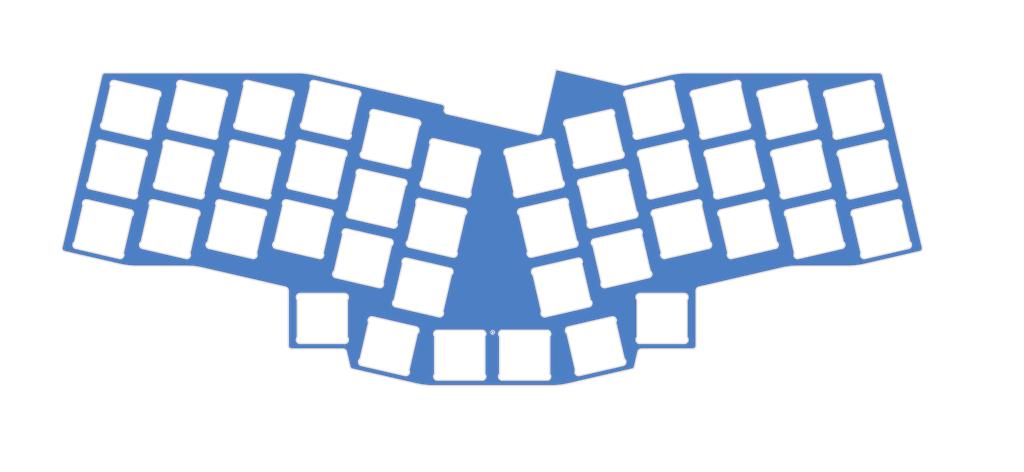
<source format=kicad_pcb>
(kicad_pcb (version 20211014) (generator pcbnew)
  (layers (0 "F.Cu" signal) (31 "B.Cu" signal) (34 "B.Paste" user) (35 "F.Paste" user) (36 "B.SilkS" user "B.Silkscreen") (37 "F.SilkS" user "F.Silkscreen") (38 "B.Mask" user) (39 "F.Mask" user) (44 "Edge.Cuts" user))
  (net 0 "")
  (footprint "r3926lp:OSHW-Symbol_6.7x6mm_mask" (layer "F.Cu") (at 143.215332 122.462863)
    (fp_text reference "REF**" hide)
    (fp_text value "OSHW-Symbol_6.7x6mm_mask" hide)
  )
  (footprint "revxlp:rev41lp_edgecutSwitchPlate" (layer "F.Cu") (at 143.469331 59.724862)
    (fp_text reference "rev41lp_edgecutSwitchPlate" hide)
    (fp_text value "rev41lp_edgecutSwitchPlate")
    (fp_line (start -89.341593 15.640364) (end -77.304474 18.419352) (layer "Edge.Cuts") (width 0.2))
    (fp_line (start -15.9 73.229182) (end -15.9 83.647753) (layer "Edge.Cuts") (width 0.2))
    (fp_line (start 99.602117 34.983643) (end 111.639235 32.204655) (layer "Edge.Cuts") (width 0.2))
    (fp_line (start 96.173526 23.347386) (end 98.517194 33.49893) (layer "Edge.Cuts") (width 0.2))
    (fp_line (start -54.199411 20.243061) (end -56.543079 30.394605) (layer "Edge.Cuts") (width 0.2))
    (fp_line (start -111.639235 32.204655) (end -99.602116 34.983643) (layer "Edge.Cuts") (width 0.2))
    (fp_line (start 20.786426 72.407575) (end 23.130095 82.559119) (layer "Edge.Cuts") (width 0.2))
    (fp_line (start 24.149255 31.445624) (end 26.492924 41.597168) (layer "Edge.Cuts") (width 0.2))
    (fp_line (start -17.167546 19.875246) (end -19.511215 30.02679) (layer "Edge.Cuts") (width 0.2))
    (fp_line (start 7.14983 34.615828) (end 19.186947 31.83684) (layer "Edge.Cuts") (width 0.2))
    (fp_line (start -13.175419 9.916056) (end -13.236156 10.179137) (layer "Edge.Cuts") (width 0.2))
    (fp_line (start 60.367247 46.958897) (end 58.023579 36.807352) (layer "Edge.Cuts") (width 0.2))
    (fp_line (start 63.050746 39.911677) (end 65.394414 50.063222) (layer "Edge.Cuts") (width 0.2))
    (fp_line (start 7.545407 39.543862) (end 9.889076 49.695406) (layer "Edge.Cuts") (width 0.2))
    (fp_line (start 15.176873 71.538468) (end 2.823128 71.538468) (layer "Edge.Cuts") (width 0.2))
    (fp_line (start -2.823128 71.538468) (end -15.176872 71.538468) (layer "Edge.Cuts") (width 0.2))
    (fp_line (start -24.473521 29.635574) (end -36.51064 26.856586) (layer "Edge.Cuts") (width 0.2))
    (fp_line (start -4.045505 21.169521) (end -16.082624 18.390533) (layer "Edge.Cuts") (width 0.2))
    (fp_line (start -65.394414 50.063221) (end -63.050746 39.911677) (layer "Edge.Cuts") (width 0.2))
    (fp_line (start 38.753975 82.329336) (end 21.009942 86.425869) (layer "Edge.Cuts") (width 0.2))
    (fp_line (start -96.497792 21.537337) (end -108.53491 18.758348) (layer "Edge.Cuts") (width 0.2))
    (fp_line (start -20.649355 13.071283) (end -32.686472 10.292295) (layer "Edge.Cuts") (width 0.2))
    (fp_line (start -56.605052 75.74074) (end -56.605052 60.530052) (layer "Edge.Cuts") (width 0.2))
    (fp_line (start 39.939231 38.492843) (end 37.595562 28.341299) (layer "Edge.Cuts") (width 0.2))
    (fp_line (start -33.771394 11.777008) (end -36.115063 21.928552) (layer "Edge.Cuts") (width 0.2))
    (fp_line (start 112.359078 35.322639) (end 100.32196 38.101627) (layer "Edge.Cuts") (width 0.2))
    (fp_line (start -119.323515 48.493552) (end -108.30683 0.775048) (layer "Edge.Cuts") (width 0.2))
    (fp_line (start 36.115063 21.928552) (end 33.771394 11.777008) (layer "Edge.Cuts") (width 0.2))
    (fp_line (start -83.867888 50.063221) (end -81.52422 39.911677) (layer "Edge.Cuts") (width 0.2))
    (fp_line (start 15.9 83.647753) (end 15.9 73.229182) (layer "Edge.Cuts") (width 0.2))
    (fp_line (start 2.1 73.229182) (end 2.1 83.647753) (layer "Edge.Cuts") (width 0.2))
    (fp_line (start 97.314195 46.958897) (end 94.970526 36.807352) (layer "Edge.Cuts") (width 0.2))
    (fp_line (start 108.30683 0.775048) (end 119.323515 48.493552) (layer "Edge.Cuts") (width 0.2))
    (fp_line (start -54.005052 63.031455) (end -54.005052 73.450026) (layer "Edge.Cuts") (width 0.2))
    (fp_line (start 13.652882 16.386961) (end 17.652512 -0.937338) (layer "Edge.Cuts") (width 0.2))
    (fp_line (start -28.297689 46.199865) (end -40.334808 43.420877) (layer "Edge.Cuts") (width 0.2))
    (fp_line (start 67.763795 2.194057) (end 55.726676 4.973045) (layer "Edge.Cuts") (width 0.2))
    (fp_line (start 10.973998 51.180119) (end 23.011116 48.401131) (layer "Edge.Cuts") (width 0.2))
    (fp_line (start -7.869673 37.733812) (end -19.906792 34.954824) (layer "Edge.Cuts") (width 0.2))
    (fp_line (start -53.281924 75.14074) (end -40.928179 75.14074) (layer "Edge.Cuts") (width 0.2))
    (fp_line (start -2.1 83.647753) (end -2.1 73.229182) (layer "Edge.Cuts") (width 0.2))
    (fp_line (start -60.042981 48.768946) (end -48.005862 51.547934) (layer "Edge.Cuts") (width 0.2))
    (fp_line (start 66.479336 51.547934) (end 78.516455 48.768946) (layer "Edge.Cuts") (width 0.2))
    (fp_line (start -26.835284 64.965422) (end -14.798166 67.74441) (layer "Edge.Cuts") (width 0.2))
    (fp_line (start 93.490027 30.394605) (end 91.146359 20.243061) (layer "Edge.Cuts") (width 0.2))
    (fp_line (start -43.439133 56.867184) (end -31.402014 59.646172) (layer "Edge.Cuts") (width 0.2))
    (fp_line (start -80.04372 33.49893) (end -77.700052 23.347386) (layer "Edge.Cuts") (width 0.2))
    (fp_line (start -59.550844 21.537336) (end -71.587963 18.758348) (layer "Edge.Cuts") (width 0.2))
    (fp_line (start 17.652512 -0.937338) (end 36.246969 3.355529) (layer "Edge.Cuts") (width 0.2))
    (fp_line (start -6.064908 33.131115) (end -3.721239 22.979571) (layer "Edge.Cuts") (width 0.2))
    (fp_line (start -19.186948 31.83684) (end -7.14983 34.615828) (layer "Edge.Cuts") (width 0.2))
    (fp_line (start -103.255744 53.229393) (end -118.574096 49.692873) (layer "Edge.Cuts") (width 0.2))
    (fp_line (start -41.41973 44.90559) (end -43.763399 55.057134) (layer "Edge.Cuts") (width 0.2))
    (fp_line (start -52.394645 15.640364) (end -40.357526 18.419352) (layer "Edge.Cuts") (width 0.2))
    (fp_line (start 55.605051 76.74074) (end 41.416042 76.74074) (layer "Edge.Cuts") (width 0.2))
    (fp_line (start 23.335382 46.591081) (end 20.991714 36.439537) (layer "Edge.Cuts") (width 0.2))
    (fp_line (start 44.181694 34.983643) (end 56.218813 32.204656) (layer "Edge.Cuts") (width 0.2))
    (fp_line (start 19.906792 34.954824) (end 7.869673 37.733812) (layer "Edge.Cuts") (width 0.2))
    (fp_line (start 40.928179 75.14074) (end 53.281924 75.14074) (layer "Edge.Cuts") (width 0.2))
    (fp_line (start 77.700052 23.347386) (end 80.04372 33.49893) (layer "Edge.Cuts") (width 0.2))
    (fp_line (start -20.991713 36.439537) (end -23.335383 46.591081) (layer "Edge.Cuts") (width 0.2))
    (fp_line (start -100.321959 38.101627) (end -112.359078 35.322639) (layer "Edge.Cuts") (width 0.2))
    (fp_line (start 31.402014 59.646172) (end 43.439133 56.867184) (layer "Edge.Cuts") (width 0.2))
    (fp_line (start 93.885604 35.322639) (end 81.848486 38.101627) (layer "Edge.Cuts") (width 0.2))
    (fp_line (start 56.938657 35.322639) (end 44.901538 38.101627) (layer "Edge.Cuts") (width 0.2))
    (fp_line (start -39.503394 81.579917) (end -40.441671 77.515789) (layer "Edge.Cuts") (width 0.2))
    (fp_line (start 36.576402 79.454795) (end 34.232733 69.303251) (layer "Edge.Cuts") (width 0.2))
    (fp_line (start -56.218813 32.204655) (end -44.181694 34.983643) (layer "Edge.Cuts") (width 0.2))
    (fp_line (start -41.07737 21.537336) (end -53.114489 18.758348) (layer "Edge.Cuts") (width 0.2))
    (fp_line (start -105.795665 3.67877) (end -108.139333 13.830314) (layer "Edge.Cuts") (width 0.2))
    (fp_line (start -78.516455 48.768945) (end -66.479336 51.547934) (layer "Edge.Cuts") (width 0.2))
    (fp_line (start 40.357526 18.419352) (end 52.394645 15.640364) (layer "Edge.Cuts") (width 0.2))
    (fp_line (start -74.692286 32.204655) (end -62.655168 34.983643) (layer "Edge.Cuts") (width 0.2))
    (fp_line (start -58.023579 36.807352) (end -60.367247 46.958897) (layer "Edge.Cuts") (width 0.2))
    (fp_line (start -96.989929 48.768946) (end -84.95281 51.547934) (layer "Edge.Cuts") (width 0.2))
    (fp_line (start 23.73096 51.519115) (end 11.693841 54.298103) (layer "Edge.Cuts") (width 0.2))
    (fp_line (start -76.497053 36.807352) (end -78.840721 46.958897) (layer "Edge.Cuts") (width 0.2))
    (fp_line (start 36.928936 6.783095) (end 39.272604 16.934639) (layer "Edge.Cuts") (width 0.2))
    (fp_line (start 33.147811 67.818538) (end 21.110692 70.597526) (layer "Edge.Cuts") (width 0.2))
    (fp_line (start 44.577272 39.911677) (end 46.92094 50.063221) (layer "Edge.Cuts") (width 0.2))
    (fp_line (start 90.061437 18.758348) (end 78.024318 21.537336) (layer "Edge.Cuts") (width 0.2))
    (fp_line (start -43.096772 33.49893) (end -40.753104 23.347386) (layer "Edge.Cuts") (width 0.2))
    (fp_line (start 77.304474 18.419352) (end 89.341593 15.640364) (layer "Edge.Cuts") (width 0.2))
    (fp_line (start -55.726676 4.973045) (end -67.763795 2.194057) (layer "Edge.Cuts") (width 0.2))
    (fp_line (start 103.426284 51.547934) (end 115.463403 48.768946) (layer "Edge.Cuts") (width 0.2))
    (fp_line (start 80.341652 54.25459) (end 57.380101 59.555682) (layer "Edge.Cuts") (width 0.2))
    (fp_line (start -87.322191 3.67877) (end -89.665859 13.830314) (layer "Edge.Cuts") (width 0.2))
    (fp_line (start -36.252137 81.264845) (end -24.215017 84.043833) (layer "Edge.Cuts") (width 0.2))
    (fp_line (start -35.790797 23.738602) (end -23.753678 26.51759) (layer "Edge.Cuts") (width 0.2))
    (fp_line (start -41.416042 76.74074) (end -55.605052 76.74074) (layer "Edge.Cuts") (width 0.2))
    (fp_line (start -39.614965 40.302893) (end -27.577846 43.081881) (layer "Edge.Cuts") (width 0.2))
    (fp_line (start 16.510921 86.938468) (end -16.510921 86.938468) (layer "Edge.Cuts") (width 0.2))
    (fp_line (start 48.005862 51.547934) (end 60.042981 48.768946) (layer "Edge.Cuts") (width 0.2))
    (fp_line (start 27.577846 43.081881) (end 39.614965 40.302893) (layer "Edge.Cuts") (width 0.2))
    (fp_line (start 36.51064 26.856586) (end 24.473521 29.635574) (layer "Edge.Cuts") (width 0.2))
    (fp_line (start 71.587963 18.758348) (end 59.550844 21.537336) (layer "Edge.Cuts") (width 0.2))
    (fp_line (start 2.823128 85.338468) (end 15.176872 85.338468) (layer "Edge.Cuts") (width 0.2))
    (fp_line (start -68.848717 3.67877) (end -71.192385 13.830314) (layer "Edge.Cuts") (width 0.2))
    (fp_line (start -34.232733 69.303251) (end -36.576402 79.454795) (layer "Edge.Cuts") (width 0.2))
    (fp_line (start 43.763399 55.057133) (end 41.41973 44.90559) (layer "Edge.Cuts") (width 0.2))
    (fp_line (start 40.334808 43.420877) (end 28.297689 46.199864) (layer "Edge.Cuts") (width 0.2))
    (fp_line (start 54.005052 73.450026) (end 54.005052 63.031455) (layer "Edge.Cuts") (width 0.2))
    (fp_line (start 20.325087 14.881333) (end 22.668756 25.032877) (layer "Edge.Cuts") (width 0.2))
    (fp_line (start 53.959882 0) (end 107.33246 0) (layer "Edge.Cuts") (width 0.2))
    (fp_line (start 81.52422 39.911677) (end 83.867888 50.063221) (layer "Edge.Cuts") (width 0.2))
    (fp_line (start 98.756722 53.741991) (end 84.840673 53.741992) (layer "Edge.Cuts") (width 0.2))
    (fp_line (start 81.128642 34.983643) (end 93.165761 32.204655) (layer "Edge.Cuts") (width 0.2))
    (fp_line (start 75.016553 30.394605) (end 72.672885 20.243062) (layer "Edge.Cuts") (width 0.2))
    (fp_line (start -84.840673 53.741992) (end -98.756722 53.741992) (layer "Edge.Cuts") (width 0.2))
    (fp_line (start -24.815882 53.003828) (end -27.15955 63.155372) (layer "Edge.Cuts") (width 0.2))
    (fp_line (start -44.901538 38.101627) (end -56.938657 35.322639) (layer "Edge.Cuts") (width 0.2))
    (fp_line (start 40.205052 63.031455) (end 40.205052 73.450026) (layer "Edge.Cuts") (width 0.2))
    (fp_line (start 58.831 18.419352) (end 70.868119 15.640364) (layer "Edge.Cuts") (width 0.2))
    (fp_line (start -94.970526 36.807352) (end -97.314195 46.958897) (layer "Edge.Cuts") (width 0.2))
    (fp_line (start 92.349358 6.783095) (end 94.693026 16.934639) (layer "Edge.Cuts") (width 0.2))
    (fp_line (start 11.369575 56.108153) (end 13.713244 66.259697) (layer "Edge.Cuts") (width 0.2))
    (fp_line (start 111.963501 30.394605) (end 109.619832 20.243061) (layer "Edge.Cuts") (width 0.2))
    (fp_line (start 53.281924 61.34074) (end 40.928179 61.34074) (layer "Edge.Cuts") (width 0.2))
    (fp_line (start -98.517194 33.49893) (end -96.173526 23.347386) (layer "Edge.Cuts") (width 0.2))
    (fp_line (start 23.753678 26.51759) (end 35.790797 23.738602) (layer "Edge.Cuts") (width 0.2))
    (fp_line (start -11.693841 54.298103) (end -23.73096 51.519115) (layer "Edge.Cuts") (width 0.2))
    (fp_line (start 37.146773 3.355529) (end 49.460861 0.512598) (layer "Edge.Cuts") (width 0.2))
    (fp_line (start 55.40241 6.783095) (end 57.746078 16.934639) (layer "Edge.Cuts") (width 0.2))
    (fp_line (start -92.673624 4.973045) (end -104.710743 2.194057) (layer "Edge.Cuts") (width 0.2))
    (fp_line (start 108.139333 13.830314) (end 105.795665 3.67877) (layer "Edge.Cuts") (width 0.2))
    (fp_line (start 108.53491 18.758348) (end 96.497792 21.537336) (layer "Edge.Cuts") (width 0.2))
    (fp_line (start 53.114489 18.758348) (end 41.07737 21.537336) (layer "Edge.Cuts") (width 0.2))
    (fp_line (start -72.672885 20.243061) (end -75.016553 30.394605) (layer "Edge.Cuts") (width 0.2))
    (fp_line (start 19.511215 30.02679) (end 17.167546 19.875246) (layer "Edge.Cuts") (width 0.2))
    (fp_line (start -13.713244 66.259697) (end -11.369575 56.108154) (layer "Edge.Cuts") (width 0.2))
    (fp_line (start -107.33246 0) (end -53.959882 0) (layer "Edge.Cuts") (width 0.2))
    (fp_line (start 115.787669 46.958897) (end 113.444 36.807352) (layer "Edge.Cuts") (width 0.2))
    (fp_line (start 32.686472 10.292295) (end 20.649354 13.071283) (layer "Edge.Cuts") (width 0.2))
    (fp_line (start -21.009942 86.425869) (end -38.753975 82.329336) (layer "Edge.Cuts") (width 0.2))
    (fp_line (start -50.375243 3.67877) (end -52.718911 13.830314) (layer "Edge.Cuts") (width 0.2))
    (fp_line (start 104.710743 2.194057) (end 92.673624 4.973045) (layer "Edge.Cuts") (width 0.2))
    (fp_line (start 49.290321 2.194057) (end 37.253202 4.973045) (layer "Edge.Cuts") (width 0.2))
    (fp_line (start -49.460861 0.512598) (end -13.924838 8.716736) (layer "Edge.Cuts") (width 0.2))
    (fp_line (start 78.840721 46.958897) (end 76.497053 36.807352) (layer "Edge.Cuts") (width 0.2))
    (fp_line (start 59.226578 23.347386) (end 61.570246 33.49893) (layer "Edge.Cuts") (width 0.2))
    (fp_line (start -40.928179 61.34074) (end -53.281924 61.34074) (layer "Edge.Cuts") (width 0.2))
    (fp_line (start 56.605052 60.530052) (end 56.605052 75.74074) (layer "Edge.Cuts") (width 0.2))
    (fp_line (start 40.753104 23.347386) (end 43.096772 33.49893) (layer "Edge.Cuts") (width 0.2))
    (fp_line (start -76.219552 16.934639) (end -73.875885 6.783095) (layer "Edge.Cuts") (width 0.2))
    (fp_line (start -63.375012 38.101628) (end -75.412131 35.322639) (layer "Edge.Cuts") (width 0.2))
    (fp_line (start -30.317092 58.161459) (end -27.973423 48.009915) (layer "Edge.Cuts") (width 0.2))
    (fp_line (start -102.341362 50.063221) (end -99.997694 39.911677) (layer "Edge.Cuts") (width 0.2))
    (fp_line (start 52.718911 13.830314) (end 50.375243 3.67877) (layer "Edge.Cuts") (width 0.2))
    (fp_line (start 40.441671 77.515789) (end 39.503394 81.579917) (layer "Edge.Cuts") (width 0.2))
    (fp_line (start -15.176872 85.338468) (end -2.823128 85.338468) (layer "Edge.Cuts") (width 0.2))
    (fp_line (start 27.973423 48.009915) (end 30.317092 58.161459) (layer "Edge.Cuts") (width 0.2))
    (fp_line (start -57.380101 59.555682) (end -80.341652 54.25459) (layer "Edge.Cuts") (width 0.2))
    (fp_line (start 16.082624 18.390533) (end 4.045505 21.169521) (layer "Edge.Cuts") (width 0.2))
    (fp_line (start -9.889076 49.695406) (end -7.545407 39.543862) (layer "Edge.Cuts") (width 0.2))
    (fp_line (start 95.777948 18.419352) (end 107.815067 15.640363) (layer "Edge.Cuts") (width 0.2))
    (fp_line (start 62.655168 34.983643) (end 74.692287 32.204655) (layer "Edge.Cuts") (width 0.2))
    (fp_line (start 24.215018 84.043833) (end 36.252136 81.264845) (layer "Edge.Cuts") (width 0.2))
    (fp_line (start -57.746078 16.934639) (end -55.40241 6.783095) (layer "Edge.Cuts") (width 0.2))
    (fp_line (start -93.165761 32.204655) (end -81.128642 34.983643) (layer "Edge.Cuts") (width 0.2))
    (fp_line (start 89.66586 13.830314) (end 87.322191 3.67877) (layer "Edge.Cuts") (width 0.2))
    (fp_line (start -22.668756 25.032877) (end -20.325087 14.881333) (layer "Edge.Cuts") (width 0.2))
    (fp_line (start -37.253202 4.973045) (end -49.290321 2.194057) (layer "Edge.Cuts") (width 0.2))
    (fp_line (start -94.693026 16.934639) (end -92.349358 6.783095) (layer "Edge.Cuts") (width 0.2))
    (fp_line (start -23.011116 48.401131) (end -10.973998 51.180119) (layer "Edge.Cuts") (width 0.2))
    (fp_line (start -81.848486 38.101627) (end -93.885604 35.322639) (layer "Edge.Cuts") (width 0.2))
    (fp_line (start -61.570246 33.49893) (end -59.226578 23.347386) (layer "Edge.Cuts") (width 0.2))
    (fp_line (start -37.595562 28.341299) (end -39.939231 38.492843) (layer "Edge.Cuts") (width 0.2))
    (fp_line (start -46.92094 50.063221) (end -44.577272 39.911677) (layer "Edge.Cuts") (width 0.2))
    (fp_line (start -23.130095 82.559119) (end -20.786426 72.407575) (layer "Edge.Cuts") (width 0.2))
    (fp_line (start 71.192385 13.830314) (end 68.848717 3.67877) (layer "Edge.Cuts") (width 0.2))
    (fp_line (start -113.444 36.807352) (end -115.787669 46.958897) (layer "Edge.Cuts") (width 0.2))
    (fp_line (start -91.146359 20.243061) (end -93.490027 30.394605) (layer "Edge.Cuts") (width 0.2))
    (fp_line (start 3.721239 22.979571) (end 6.064908 33.131115) (layer "Edge.Cuts") (width 0.2))
    (fp_line (start 27.15955 63.155372) (end 24.815882 53.003829) (layer "Edge.Cuts") (width 0.2))
    (fp_line (start 99.997694 39.911677) (end 102.341362 50.063221) (layer "Edge.Cuts") (width 0.2))
    (fp_line (start -26.492924 41.597168) (end -24.149255 31.445624) (layer "Edge.Cuts") (width 0.2))
    (fp_line (start -39.272604 16.934639) (end -36.928936 6.783095) (layer "Edge.Cuts") (width 0.2))
    (fp_line (start 73.875884 6.783095) (end 76.219552 16.934639) (layer "Edge.Cuts") (width 0.2))
    (fp_line (start -115.463403 48.768946) (end -103.426284 51.547934) (layer "Edge.Cuts") (width 0.2))
    (fp_line (start -74.20015 4.973045) (end -86.237269 2.194057) (layer "Edge.Cuts") (width 0.2))
    (fp_line (start 86.237269 2.194057) (end 74.20015 4.973045) (layer "Edge.Cuts") (width 0.2))
    (fp_line (start -109.619832 20.243061) (end -111.963501 30.394605) (layer "Edge.Cuts") (width 0.2))
    (fp_line (start 118.574096 49.692873) (end 103.255744 53.229393) (layer "Edge.Cuts") (width 0.2))
    (fp_line (start -40.205052 73.450026) (end -40.205052 63.031455) (layer "Edge.Cuts") (width 0.2))
    (fp_line (start 75.412131 35.322639) (end 63.375012 38.101627) (layer "Edge.Cuts") (width 0.2))
    (fp_line (start -78.024318 21.537336) (end -90.061437 18.758348) (layer "Edge.Cuts") (width 0.2))
    (fp_line (start 14.798166 67.74441) (end 26.835284 64.965422) (layer "Edge.Cuts") (width 0.2))
    (fp_line (start -12.486737 11.378457) (end 12.453561 17.13638) (layer "Edge.Cuts") (width 0.2))
    (fp_line (start -107.815066 15.640364) (end -95.777948 18.419352) (layer "Edge.Cuts") (width 0.2))
    (fp_line (start 84.95281 51.547934) (end 96.989929 48.768946) (layer "Edge.Cuts") (width 0.2))
    (fp_line (start -21.110691 70.597526) (end -33.147811 67.818538) (layer "Edge.Cuts") (width 0.2))
    (fp_line (start 56.543079 30.394605) (end 54.199411 20.243061) (layer "Edge.Cuts") (width 0.2))
    (fp_line (start -70.868119 15.640364) (end -58.831 18.419352) (layer "Edge.Cuts") (width 0.2))
    (fp_arc (start 44.577272 39.911677) (mid 44.142167 38.899659) (end 44.901538 38.101627) (layer "Edge.Cuts") (width 0.2))
    (fp_arc (start -55.726676 4.973045) (mid -54.967299 5.771075) (end -55.40241 6.783095) (layer "Edge.Cuts") (width 0.2))
    (fp_arc (start 2.1 73.229182) (mid 1.903695 72.145221) (end 2.823128 71.538468) (layer "Edge.Cuts") (width 0.2))
    (fp_arc (start 56.605052 60.530052) (mid 56.822458 59.907551) (end 57.380101 59.555682) (layer "Edge.Cuts") (width 0.2))
    (fp_arc (start -115.463403 48.768945) (mid -116.222779 47.970916) (end -115.787669 46.958897) (layer "Edge.Cuts") (width 0.2))
    (fp_arc (start 53.114489 18.758348) (mid 54.146794 19.142733) (end 54.199411 20.243061) (layer "Edge.Cuts") (width 0.2))
    (fp_arc (start -46.92094 50.063221) (mid -46.973504 51.163559) (end -48.005862 51.547934) (layer "Edge.Cuts") (width 0.2))
    (fp_arc (start 36.576402 79.454795) (mid 37.011508 80.466811) (end 36.252136 81.264845) (layer "Edge.Cuts") (width 0.2))
    (fp_arc (start -28.297689 46.199865) (mid -27.538312 46.997895) (end -27.973423 48.009915) (layer "Edge.Cuts") (width 0.2))
    (fp_arc (start 13.652883 16.38696) (mid 13.20843 17.010058) (end 12.453561 17.13638) (layer "Edge.Cuts") (width 0.2))
    (fp_arc (start -70.868119 15.640364) (mid -71.627496 14.842334) (end -71.192385 13.830314) (layer "Edge.Cuts") (width 0.2))
    (fp_arc (start 40.753104 23.347386) (mid 40.317977 22.335362) (end 41.07737 21.537336) (layer "Edge.Cuts") (width 0.2))
    (fp_arc (start 24.149257 31.445624) (mid 23.714139 30.433602) (end 24.473521 29.635574) (layer "Edge.Cuts") (width 0.2))
    (fp_arc (start -15.9 73.229182) (mid -16.096305 72.145221) (end -15.176872 71.538468) (layer "Edge.Cuts") (width 0.2))
    (fp_arc (start 40.357526 18.419352) (mid 39.325205 18.034972) (end 39.272604 16.934639) (layer "Edge.Cuts") (width 0.2))
    (fp_arc (start 23.335382 46.591081) (mid 23.770491 47.603101) (end 23.011116 48.401131) (layer "Edge.Cuts") (width 0.2))
    (fp_arc (start -6.064908 33.131115) (mid -6.117472 34.231453) (end -7.14983 34.615828) (layer "Edge.Cuts") (width 0.2))
    (fp_arc (start -76.219552 16.934639) (mid -76.272116 18.034977) (end -77.304474 18.419352) (layer "Edge.Cuts") (width 0.2))
    (fp_arc (start 52.718911 13.830314) (mid 53.154032 14.842339) (end 52.394645 15.640364) (layer "Edge.Cuts") (width 0.2))
    (fp_arc (start -24.815882 53.003828) (mid -24.763318 51.90349) (end -23.73096 51.519115) (layer "Edge.Cuts") (width 0.2))
    (fp_arc (start 24.215017 84.043832) (mid 23.182718 83.659453) (end 23.130095 82.559119) (layer "Edge.Cuts") (width 0.2))
    (fp_arc (start -94.970528 36.807351) (mid -94.917962 35.707014) (end -93.885604 35.322639) (layer "Edge.Cuts") (width 0.2))
    (fp_arc (start -68.848717 3.67877) (mid -68.796153 2.578432) (end -67.763795 2.194057) (layer "Edge.Cuts") (width 0.2))
    (fp_arc (start 58.831 18.419352) (mid 57.798602 18.034996) (end 57.746078 16.934639) (layer "Edge.Cuts") (width 0.2))
    (fp_arc (start 39.939231 38.492843) (mid 40.374339 39.504861) (end 39.614965 40.302893) (layer "Edge.Cuts") (width 0.2))
    (fp_arc (start -89.341593 15.640364) (mid -90.10097 14.842334) (end -89.665859 13.830314) (layer "Edge.Cuts") (width 0.2))
    (fp_arc (start -41.41973 44.90559) (mid -41.367166 43.805252) (end -40.334808 43.420877) (layer "Edge.Cuts") (width 0.2))
    (fp_arc (start 20.325088 14.881333) (mid 19.889975 13.86931) (end 20.649354 13.071283) (layer "Edge.Cuts") (width 0.2))
    (fp_arc (start -9.889076 49.695406) (mid -9.94164 50.795744) (end -10.973998 51.180119) (layer "Edge.Cuts") (width 0.2))
    (fp_arc (start 56.938657 35.322639) (mid 57.971001 35.707015) (end 58.023579 36.807352) (layer "Edge.Cuts") (width 0.2))
    (fp_arc (start -98.517194 33.49893) (mid -98.569758 34.599268) (end -99.602116 34.983643) (layer "Edge.Cuts") (width 0.2))
    (fp_arc (start -84.840673 53.741991) (mid -82.576609 53.870554) (end -80.341652 54.25459) (layer "Edge.Cuts") (width 0.2))
    (fp_arc (start 86.237269 2.194057) (mid 87.26959 2.578434) (end 87.322191 3.67877) (layer "Edge.Cuts") (width 0.2))
    (fp_arc (start 31.402014 59.646172) (mid 30.369694 59.261785) (end 30.317092 58.161459) (layer "Edge.Cuts") (width 0.2))
    (fp_arc (start -91.146359 20.243061) (mid -91.093795 19.142723) (end -90.061437 18.758348) (layer "Edge.Cuts") (width 0.2))
    (fp_arc (start -2.823128 71.538468) (mid -1.903695 72.145221) (end -2.1 73.229182) (layer "Edge.Cuts") (width 0.2))
    (fp_arc (start 99.997694 39.911677) (mid 99.562579 38.899659) (end 100.32196 38.101627) (layer "Edge.Cuts") (width 0.2))
    (fp_arc (start -38.753975 82.329336) (mid -39.236131 82.062073) (end -39.503394 81.579917) (layer "Edge.Cuts") (width 0.2))
    (fp_arc (start -11.693841 54.298103) (mid -10.934463 55.096134) (end -11.369575 56.108154) (layer "Edge.Cuts") (width 0.2))
    (fp_arc (start -19.186948 31.836841) (mid -19.946327 31.038811) (end -19.511215 30.02679) (layer "Edge.Cuts") (width 0.2))
    (fp_arc (start -40.205051 73.450026) (mid -40.008746 74.533987) (end -40.928179 75.14074) (layer "Edge.Cuts") (width 0.2))
    (fp_arc (start -37.253202 4.973045) (mid -36.493825 5.771075) (end -36.928936 6.783095) (layer "Edge.Cuts") (width 0.2))
    (fp_arc (start 40.441672 77.515789) (mid 40.793521 76.958127) (end 41.416042 76.74074) (layer "Edge.Cuts") (width 0.2))
    (fp_arc (start -83.867888 50.063221) (mid -83.920452 51.163559) (end -84.95281 51.547934) (layer "Edge.Cuts") (width 0.2))
    (fp_arc (start -43.439133 56.867184) (mid -44.19851 56.069154) (end -43.763399 55.057134) (layer "Edge.Cuts") (width 0.2))
    (fp_arc (start 81.52422 39.911677) (mid 81.089094 38.89966) (end 81.848486 38.101627) (layer "Edge.Cuts") (width 0.2))
    (fp_arc (start -78.024318 21.537336) (mid -77.264941 22.335366) (end -77.700052 23.347386) (layer "Edge.Cuts") (width 0.2))
    (fp_arc (start -57.746078 16.934639) (mid -57.798642 18.034977) (end -58.831 18.419352) (layer "Edge.Cuts") (width 0.2))
    (fp_arc (start 119.323515 48.493552) (mid 119.197193 49.248429) (end 118.574096 49.692873) (layer "Edge.Cuts") (width 0.2))
    (fp_arc (start -65.394414 50.063221) (mid -65.446978 51.163559) (end -66.479336 51.547934) (layer "Edge.Cuts") (width 0.2))
    (fp_arc (start 104.710743 2.194057) (mid 105.743091 2.578425) (end 105.795665 3.67877) (layer "Edge.Cuts") (width 0.2))
    (fp_arc (start 84.95281 51.547934) (mid 83.920517 51.163552) (end 83.867888 50.063221) (layer "Edge.Cuts") (width 0.2))
    (fp_arc (start -57.380101 59.555682) (mid -56.822443 59.907537) (end -56.605052 60.530052) (layer "Edge.Cuts") (width 0.2))
    (fp_arc (start 103.426284 51.547934) (mid 102.393913 51.163576) (end 102.341362 50.063221) (layer "Edge.Cuts") (width 0.2))
    (fp_arc (start 99.602117 34.983643) (mid 98.569751 34.599245) (end 98.517194 33.49893) (layer "Edge.Cuts") (width 0.2))
    (fp_arc (start 77.700052 23.347386) (mid 77.264948 22.33536) (end 78.024318 21.537336) (layer "Edge.Cuts") (width 0.2))
    (fp_arc (start -20.991713 36.439537) (mid -20.939149 35.3392) (end -19.906792 34.954824) (layer "Edge.Cuts") (width 0.2))
    (fp_arc (start -118.574096 49.692873) (mid -119.197193 49.248422) (end -119.323515 48.493552) (layer "Edge.Cuts") (width 0.2))
    (fp_arc (start 75.016553 30.394605) (mid 75.451663 31.406638) (end 74.692287 32.204655) (layer "Edge.Cuts") (width 0.2))
    (fp_arc (start -96.497792 21.537337) (mid -95.738415 22.335367) (end -96.173526 23.347386) (layer "Edge.Cuts") (width 0.2))
    (fp_arc (start 11.369575 56.108153) (mid 10.934459 55.096131) (end 11.693841 54.298103) (layer "Edge.Cuts") (width 0.2))
    (fp_arc (start 2.823128 85.338469) (mid 1.903697 84.731715) (end 2.1 83.647753) (layer "Edge.Cuts") (width 0.2))
    (fp_arc (start 10.973998 51.180119) (mid 9.941562 50.795751) (end 9.889076 49.695406) (layer "Edge.Cuts") (width 0.2))
    (fp_arc (start 111.963501 30.394605) (mid 112.398634 31.406636) (end 111.639235 32.204655) (layer "Edge.Cuts") (width 0.2))
    (fp_arc (start -76.497053 36.807352) (mid -76.444489 35.707014) (end -75.412131 35.322639) (layer "Edge.Cuts") (width 0.2))
    (fp_arc (start 108.139333 13.830314) (mid 108.574444 14.842339) (end 107.815067 15.640363) (layer "Edge.Cuts") (width 0.2))
    (fp_arc (start 63.050746 39.911677) (mid 62.615653 38.899658) (end 63.375012 38.101627) (layer "Edge.Cuts") (width 0.2))
    (fp_arc (start 60.367247 46.958896) (mid 60.802367 47.970935) (end 60.042981 48.768946) (layer "Edge.Cuts") (width 0.2))
    (fp_arc (start 19.511214 30.02679) (mid 19.946328 31.038811) (end 19.186947 31.83684) (layer "Edge.Cuts") (width 0.2))
    (fp_arc (start -78.516455 48.768945) (mid -79.275831 47.970916) (end -78.840721 46.958897) (layer "Edge.Cuts") (width 0.2))
    (fp_arc (start 15.176873 71.538468) (mid 16.096279 72.145199) (end 15.9 73.229182) (layer "Edge.Cuts") (width 0.2))
    (fp_arc (start 16.082624 18.390533) (mid 17.115006 18.774899) (end 17.167546 19.875246) (layer "Edge.Cuts") (width 0.2))
    (fp_arc (start 90.061437 18.758348) (mid 91.093797 19.142716) (end 91.146359 20.243061) (layer "Edge.Cuts") (width 0.2))
    (fp_arc (start 53.281924 61.340739) (mid 54.201382 61.947513) (end 54.005052 63.031455) (layer "Edge.Cuts") (width 0.2))
    (fp_arc (start -100.321959 38.101627) (mid -99.562582 38.899657) (end -99.997694 39.911677) (layer "Edge.Cuts") (width 0.2))
    (fp_arc (start -107.815066 15.640364) (mid -108.574444 14.842334) (end -108.139333 13.830314) (layer "Edge.Cuts") (width 0.2))
    (fp_arc (start 112.359078 35.322639) (mid 113.3914 35.707022) (end 113.444 36.807352) (layer "Edge.Cuts") (width 0.2))
    (fp_arc (start -17.167546 19.875246) (mid -17.114982 18.774908) (end -16.082624 18.390533) (layer "Edge.Cuts") (width 0.2))
    (fp_arc (start -37.595562 28.341299) (mid -37.542998 27.240961) (end -36.51064 26.856586) (layer "Edge.Cuts") (width 0.2))
    (fp_arc (start -33.771394 11.777008) (mid -33.71883 10.67667) (end -32.686472 10.292295) (layer "Edge.Cuts") (width 0.2))
    (fp_arc (start 27.973423 48.009915) (mid 27.538319 46.997898) (end 28.297689 46.199864) (layer "Edge.Cuts") (width 0.2))
    (fp_arc (start -16.510921 86.938468) (mid -18.774985 86.809905) (end -21.009942 86.425869) (layer "Edge.Cuts") (width 0.2))
    (fp_arc (start 77.304474 18.419352) (mid 76.272103 18.034987) (end 76.219552 16.934639) (layer "Edge.Cuts") (width 0.2))
    (fp_arc (start 93.490027 30.394605) (mid 93.925148 31.406637) (end 93.165761 32.204655) (layer "Edge.Cuts") (width 0.2))
    (fp_arc (start -63.375012 38.101628) (mid -62.615635 38.899658) (end -63.050746 39.911677) (layer "Edge.Cuts") (width 0.2))
    (fp_arc (start -13.924838 8.716736) (mid -13.301741 9.161186) (end -13.175419 9.916056) (layer "Edge.Cuts") (width 0.2))
    (fp_arc (start 7.14983 34.615828) (mid 6.117519 34.231453) (end 6.064908 33.131115) (layer "Edge.Cuts") (width 0.2))
    (fp_arc (start 56.605052 75.74074) (mid 56.312118 76.44781) (end 55.605051 76.74074) (layer "Edge.Cuts") (width 0.2))
    (fp_arc (start -98.756723 53.741992) (mid -101.020787 53.613429) (end -103.255744 53.229393) (layer "Edge.Cuts") (width 0.2))
    (fp_arc (start 56.543079 30.394605) (mid 56.978222 31.406636) (end 56.218813 32.204656) (layer "Edge.Cuts") (width 0.2))
    (fp_arc (start 14.798164 67.744409) (mid 13.765829 67.360048) (end 13.713244 66.259697) (layer "Edge.Cuts") (width 0.2))
    (fp_arc (start 7.545407 39.543862) (mid 7.110291 38.53184) (end 7.869673 37.733812) (layer "Edge.Cuts") (width 0.2))
    (fp_arc (start -40.928178 61.34074) (mid -40.008746 61.947494) (end -40.205052 63.031455) (layer "Edge.Cuts") (width 0.2))
    (fp_arc (start 78.840721 46.958896) (mid 79.275853 47.970935) (end 78.516455 48.768946) (layer "Edge.Cuts") (width 0.2))
    (fp_arc (start -43.096772 33.49893) (mid -43.149336 34.599268) (end -44.181694 34.983643) (layer "Edge.Cuts") (width 0.2))
    (fp_arc (start 71.192385 13.830314) (mid 71.627517 14.842338) (end 70.868119 15.640364) (layer "Edge.Cuts") (width 0.2))
    (fp_arc (start 75.412131 35.322639) (mid 76.444502 35.707007) (end 76.497053 36.807352) (layer "Edge.Cuts") (width 0.2))
    (fp_arc (start 20.786426 72.407576) (mid 20.351316 71.395559) (end 21.110692 70.597526) (layer "Edge.Cuts") (width 0.2))
    (fp_arc (start 48.005862 51.547934) (mid 46.973514 51.163569) (end 46.92094 50.063221) (layer "Edge.Cuts") (width 0.2))
    (fp_arc (start 36.115063 21.928552) (mid 36.550175 22.94057) (end 35.790797 23.738602) (layer "Edge.Cuts") (width 0.2))
    (fp_arc (start -102.341362 50.063221) (mid -102.393926 51.163559) (end -103.426284 51.547934) (layer "Edge.Cuts") (width 0.2))
    (fp_arc (start 66.479336 51.547934) (mid 65.446956 51.163544) (end 65.394414 50.063222) (layer "Edge.Cuts") (width 0.2))
    (fp_arc (start 36.51064 26.856586) (mid 37.543034 27.240965) (end 37.595562 28.341299) (layer "Edge.Cuts") (width 0.2))
    (fp_arc (start -108.306829 0.775048) (mid -107.954974 0.217392) (end -107.33246 0) (layer "Edge.Cuts") (width 0.2))
    (fp_arc (start -44.901538 38.101627) (mid -44.142161 38.899657) (end -44.577272 39.911677) (layer "Edge.Cuts") (width 0.2))
    (fp_arc (start 23.753678 26.51759) (mid 22.72128 26.13322) (end 22.668756 25.032877) (layer "Edge.Cuts") (width 0.2))
    (fp_arc (start -26.492924 41.597168) (mid -26.545488 42.697506) (end -27.577846 43.081881) (layer "Edge.Cuts") (width 0.2))
    (fp_arc (start -22.668756 25.032877) (mid -22.72132 26.133215) (end -23.753678 26.51759) (layer "Edge.Cuts") (width 0.2))
    (fp_arc (start 96.173526 23.347386) (mid 95.738389 22.335362) (end 96.497792 21.537336) (layer "Edge.Cuts") (width 0.2))
    (fp_arc (start -55.605052 76.74074) (mid -56.312159 76.447847) (end -56.605052 75.74074) (layer "Edge.Cuts") (width 0.2))
    (fp_arc (start 80.341652 54.254591) (mid 82.576609 53.870552) (end 84.840673 53.741992) (layer "Edge.Cuts") (width 0.2))
    (fp_arc (start 55.40241 6.783095) (mid 54.967272 5.771064) (end 55.726676 4.973045) (layer "Edge.Cuts") (width 0.2))
    (fp_arc (start -36.252137 81.264845) (mid -37.011514 80.466815) (end -36.576402 79.454795) (layer "Edge.Cuts") (width 0.2))
    (fp_arc (start 21.009942 86.425869) (mid 18.774985 86.809908) (end 16.510921 86.938468) (layer "Edge.Cuts") (width 0.2))
    (fp_arc (start 54.005052 73.450026) (mid 54.201356 74.533987) (end 53.281924 75.14074) (layer "Edge.Cuts") (width 0.2))
    (fp_arc (start -92.673624 4.973045) (mid -91.914247 5.771075) (end -92.349358 6.783095) (layer "Edge.Cuts") (width 0.2))
    (fp_arc (start -20.649354 13.071282) (mid -19.889975 13.869312) (end -20.325087 14.881333) (layer "Edge.Cuts") (width 0.2))
    (fp_arc (start -23.130094 82.559118) (mid -23.182658 83.659457) (end -24.215017 84.043833) (layer "Edge.Cuts") (width 0.2))
    (fp_arc (start 19.906792 34.954824) (mid 20.939108 35.339214) (end 20.991714 36.439537) (layer "Edge.Cuts") (width 0.2))
    (fp_arc (start -23.011116 48.401132) (mid -23.770495 47.603102) (end -23.335383 46.591081) (layer "Edge.Cuts") (width 0.2))
    (fp_arc (start -87.322191 3.67877) (mid -87.269627 2.578432) (end -86.237269 2.194057) (layer "Edge.Cuts") (width 0.2))
    (fp_arc (start -113.444 36.807352) (mid -113.391436 35.707014) (end -112.359078 35.322639) (layer "Edge.Cuts") (width 0.2))
    (fp_arc (start 62.655168 34.983643) (mid 61.622809 34.599278) (end 61.570246 33.49893) (layer "Edge.Cuts") (width 0.2))
    (fp_arc (start -30.317092 58.161459) (mid -30.369656 59.261797) (end -31.402014 59.646172) (layer "Edge.Cuts") (width 0.2))
    (fp_arc (start -61.570246 33.49893) (mid -61.62281 34.599268) (end -62.655168 34.983643) (layer "Edge.Cuts") (width 0.2))
    (fp_arc (start 108.534912 18.758349) (mid 109.567297 19.142709) (end 109.619832 20.243061) (layer "Edge.Cuts") (width 0.2))
    (fp_arc (start 43.763399 55.057133) (mid 44.198508 56.069143) (end 43.439133 56.867184) (layer "Edge.Cuts") (width 0.2))
    (fp_arc (start -39.614965 40.302893) (mid -40.374342 39.504863) (end -39.939231 38.492843) (layer "Edge.Cuts") (width 0.2))
    (fp_arc (start -74.20015 4.973045) (mid -73.440772 5.771075) (end -73.875885 6.783095) (layer "Edge.Cuts") (width 0.2))
    (fp_arc (start -21.110692 70.597527) (mid -20.351316 71.395556) (end -20.786426 72.407575) (layer "Edge.Cuts") (width 0.2))
    (fp_arc (start 27.577846 43.081881) (mid 26.545487 42.697503) (end 26.492924 41.597168) (layer "Edge.Cuts") (width 0.2))
    (fp_arc (start 40.928179 75.140739) (mid 40.008735 74.533972) (end 40.205052 73.450026) (layer "Edge.Cuts") (width 0.2))
    (fp_arc (start 49.290321 2.194057) (mid 50.322692 2.578418) (end 50.375243 3.67877) (layer "Edge.Cuts") (width 0.2))
    (fp_arc (start 92.349358 6.783095) (mid 91.914243 5.771063) (end 92.673624 4.973045) (layer "Edge.Cuts") (width 0.2))
    (fp_arc (start -52.394645 15.640364) (mid -53.154022 14.842334) (end -52.718911 13.830314) (layer "Edge.Cuts") (width 0.2))
    (fp_arc (start 97.314195 46.958896) (mid 97.749339 47.970934) (end 96.989929 48.768946) (layer "Edge.Cuts") (width 0.2))
    (fp_arc (start -56.218813 32.204655) (mid -56.97819 31.406625) (end -56.543079 30.394605) (layer "Edge.Cuts") (width 0.2))
    (fp_arc (start 27.15955 63.155372) (mid 27.594659 64.167391) (end 26.835284 64.965422) (layer "Edge.Cuts") (width 0.2))
    (fp_arc (start 32.686472 10.292295) (mid 33.718827 10.676683) (end 33.771394 11.777008) (layer "Edge.Cuts") (width 0.2))
    (fp_arc (start -109.619834 20.24306) (mid -109.567268 19.142723) (end -108.53491 18.758348) (layer "Edge.Cuts") (width 0.2))
    (fp_arc (start -15.176872 85.338469) (mid -16.096306 84.731715) (end -15.9 83.647753) (layer "Edge.Cuts") (width 0.2))
    (fp_arc (start -50.375243 3.67877) (mid -50.322679 2.578432) (end -49.290321 2.194057) (layer "Edge.Cuts") (width 0.2))
    (fp_arc (start 89.66586 13.830314) (mid 90.100959 14.84234) (end 89.341593 15.640364) (layer "Edge.Cuts") (width 0.2))
    (fp_arc (start -74.692286 32.204655) (mid -75.451663 31.406625) (end -75.016553 30.394605) (layer "Edge.Cuts") (width 0.2))
    (fp_arc (start -41.416042 76.740739) (mid -40.793527 76.958131) (end -40.441671 77.515789) (layer "Edge.Cuts") (width 0.2))
    (fp_arc (start -96.989929 48.768945) (mid -97.749305 47.970916) (end -97.314195 46.958897) (layer "Edge.Cuts") (width 0.2))
    (fp_arc (start 37.146773 3.355529) (mid 36.696871 3.406789) (end 36.246969 3.355529) (layer "Edge.Cuts") (width 0.2))
    (fp_arc (start 93.885606 35.32264) (mid 94.918003 35.707) (end 94.970526 36.807352) (layer "Edge.Cuts") (width 0.2))
    (fp_arc (start -12.486737 11.378457) (mid -13.109834 10.934006) (end -13.236156 10.179137) (layer "Edge.Cuts") (width 0.2))
    (fp_arc (start -60.042981 48.768945) (mid -60.802357 47.970916) (end -60.367247 46.958897) (layer "Edge.Cuts") (width 0.2))
    (fp_arc (start -94.693026 16.934639) (mid -94.74559 18.034977) (end -95.777948 18.419352) (layer "Edge.Cuts") (width 0.2))
    (fp_arc (start 3.721239 22.979571) (mid 3.286127 21.96755) (end 4.045505 21.169521) (layer "Edge.Cuts") (width 0.2))
    (fp_arc (start -58.023579 36.807352) (mid -57.971015 35.707014) (end -56.938657 35.322639) (layer "Edge.Cuts") (width 0.2))
    (fp_arc (start -53.281924 75.14074) (mid -54.201357 74.533987) (end -54.005052 73.450026) (layer "Edge.Cuts") (width 0.2))
    (fp_arc (start 15.899999 83.647754) (mid 16.096308 84.731715) (end 15.176872 85.338468) (layer "Edge.Cuts") (width 0.2))
    (fp_arc (start -105.795665 3.67877) (mid -105.743101 2.578432) (end -104.710743 2.194057) (layer "Edge.Cuts") (width 0.2))
    (fp_arc (start -93.165761 32.204655) (mid -93.925138 31.406625) (end -93.490027 30.394605) (layer "Edge.Cuts") (width 0.2))
    (fp_arc (start 115.787669 46.958896) (mid 116.222824 47.970933) (end 115.463403 48.768946) (layer "Edge.Cuts") (width 0.2))
    (fp_arc (start 44.181694 34.983643) (mid 43.149307 34.599286) (end 43.096772 33.49893) (layer "Edge.Cuts") (width 0.2))
    (fp_arc (start -39.272604 16.934639) (mid -39.325168 18.034977) (end -40.357526 18.419352) (layer "Edge.Cuts") (width 0.2))
    (fp_arc (start -35.790797 23.738602) (mid -36.550174 22.940572) (end -36.115063 21.928552) (layer "Edge.Cuts") (width 0.2))
    (fp_arc (start 36.928936 6.783095) (mid 36.493831 5.771062) (end 37.253202 4.973045) (layer "Edge.Cuts") (width 0.2))
    (fp_arc (start -2.1 83.647754) (mid -1.903695 84.731715) (end -2.823128 85.338468) (layer "Edge.Cuts") (width 0.2))
    (fp_arc (start 67.763795 2.194057) (mid 68.796089 2.578442) (end 68.848717 3.67877) (layer "Edge.Cuts") (width 0.2))
    (fp_arc (start -81.848486 38.101627) (mid -81.089109 38.899657) (end -81.52422 39.911677) (layer "Edge.Cuts") (width 0.2))
    (fp_arc (start 81.128642 34.983643) (mid 80.09631 34.59927) (end 80.04372 33.49893) (layer "Edge.Cuts") (width 0.2))
    (fp_arc (start -54.199411 20.243061) (mid -54.146847 19.142723) (end -53.114489 18.758348) (layer "Edge.Cuts") (width 0.2))
    (fp_arc (start 59.226578 23.347386) (mid 58.791462 22.335361) (end 59.550844 21.537336) (layer "Edge.Cuts") (width 0.2))
    (fp_arc (start 39.503394 81.579917) (mid 39.236142 82.062093) (end 38.753975 82.329336) (layer "Edge.Cuts") (width 0.2))
    (fp_arc (start 40.205051 63.031454) (mid 40.008746 61.947493) (end 40.928179 61.34074) (layer "Edge.Cuts") (width 0.2))
    (fp_arc (start 23.73096 51.519115) (mid 24.763316 51.903496) (end 24.815882 53.003829) (layer "Edge.Cuts") (width 0.2))
    (fp_arc (start -80.04372 33.49893) (mid -80.096284 34.599268) (end -81.128642 34.983643) (layer "Edge.Cuts") (width 0.2))
    (fp_arc (start -4.045505 21.169521) (mid -3.286128 21.967551) (end -3.721239 22.979571) (layer "Edge.Cuts") (width 0.2))
    (fp_arc (start 71.587963 18.758348) (mid 72.620296 19.142725) (end 72.672885 20.243062) (layer "Edge.Cuts") (width 0.2))
    (fp_arc (start 107.33246 -0.000001) (mid 107.954996 0.217376) (end 108.30683 0.775048) (layer "Edge.Cuts") (width 0.2))
    (fp_arc (start 33.147811 67.818538) (mid 34.180204 68.202899) (end 34.232733 69.303251) (layer "Edge.Cuts") (width 0.2))
    (fp_arc (start -41.07737 21.537336) (mid -40.317993 22.335366) (end -40.753104 23.347386) (layer "Edge.Cuts") (width 0.2))
    (fp_arc (start -13.713242 66.259697) (mid -13.765807 67.360035) (end -14.798166 67.74441) (layer "Edge.Cuts") (width 0.2))
    (fp_arc (start 103.255743 53.229393) (mid 101.020786 53.613428) (end 98.756722 53.741991) (layer "Edge.Cuts") (width 0.2))
    (fp_arc (start 40.334808 43.420877) (mid 41.36718 43.805231) (end 41.41973 44.90559) (layer "Edge.Cuts") (width 0.2))
    (fp_arc (start -34.232733 69.303251) (mid -34.180169 68.202913) (end -33.147811 67.818538) (layer "Edge.Cuts") (width 0.2))
    (fp_arc (start -59.550844 21.537336) (mid -58.791467 22.335366) (end -59.226578 23.347386) (layer "Edge.Cuts") (width 0.2))
    (fp_arc (start 73.875884 6.783095) (mid 73.440758 5.771063) (end 74.20015 4.973045) (layer "Edge.Cuts") (width 0.2))
    (fp_arc (start -26.835284 64.965422) (mid -27.594661 64.167392) (end -27.15955 63.155372) (layer "Edge.Cuts") (width 0.2))
    (fp_arc (start -72.672885 20.243061) (mid -72.620321 19.142723) (end -71.587963 18.758348) (layer "Edge.Cuts") (width 0.2))
    (fp_arc (start 95.777948 18.419352) (mid 94.745604 18.034979) (end 94.693026 16.934639) (layer "Edge.Cuts") (width 0.2))
    (fp_arc (start -111.639235 32.204655) (mid -112.398612 31.406625) (end -111.963501 30.394605) (layer "Edge.Cuts") (width 0.2))
    (fp_arc (start -53.959882 -0.000001) (mid -51.695818 0.128562) (end -49.460861 0.512598) (layer "Edge.Cuts") (width 0.2))
    (fp_arc (start -54.005052 63.031454) (mid -54.201357 61.947493) (end -53.281924 61.34074) (layer "Edge.Cuts") (width 0.2))
    (fp_arc (start 49.460861 0.512599) (mid 51.695818 0.128561) (end 53.959882 0) (layer "Edge.Cuts") (width 0.2))
    (fp_arc (start -7.869673 37.733812) (mid -7.110296 38.531842) (end -7.545407 39.543862) (layer "Edge.Cuts") (width 0.2))
    (fp_arc (start -24.473522 29.635573) (mid -23.714144 30.433603) (end -24.149255 31.445624) (layer "Edge.Cuts") (width 0.2))
  )
  (via (at 143.6 131.8) (size 0.8) (drill 0.4) (layers "F.Cu" "B.Cu") (net 0))
  (zone (net 0) (net_name "") (layer "F.Cu") (connect_pads (clearance 0.25)) (min_thickness 0.254) (fill yes (thermal_gap 0.508) (thermal_bridge_width 0.508))
    (polygon (pts (xy 266.959332 111.542862) (xy 174.959332 151.542862) (xy 112.959332 149.542862) (xy 19.959332 110.542862) (xy 33.959332 57.542862) (xy 255.959332 54.542863)))
  )
  (zone (net 0) (net_name "") (layer "B.Cu") (connect_pads (clearance 0.25)) (min_thickness 0.254) (fill yes (thermal_gap 0.508) (thermal_bridge_width 0.508))
    (polygon (pts (xy 278.959331 170.542862) (xy 6.959332 149.542862) (xy 22.959332 39.542862) (xy 290.959331 39.542862)))
  )
)
</source>
